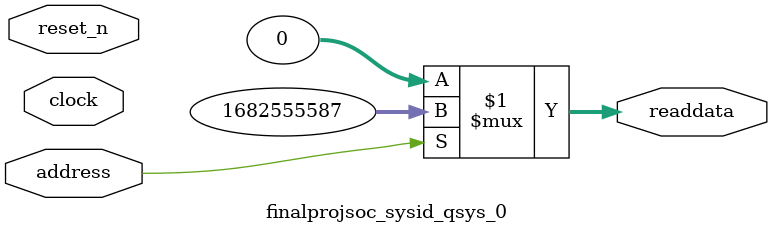
<source format=v>



// synthesis translate_off
`timescale 1ns / 1ps
// synthesis translate_on

// turn off superfluous verilog processor warnings 
// altera message_level Level1 
// altera message_off 10034 10035 10036 10037 10230 10240 10030 

module finalprojsoc_sysid_qsys_0 (
               // inputs:
                address,
                clock,
                reset_n,

               // outputs:
                readdata
             )
;

  output  [ 31: 0] readdata;
  input            address;
  input            clock;
  input            reset_n;

  wire    [ 31: 0] readdata;
  //control_slave, which is an e_avalon_slave
  assign readdata = address ? 1682555587 : 0;

endmodule



</source>
